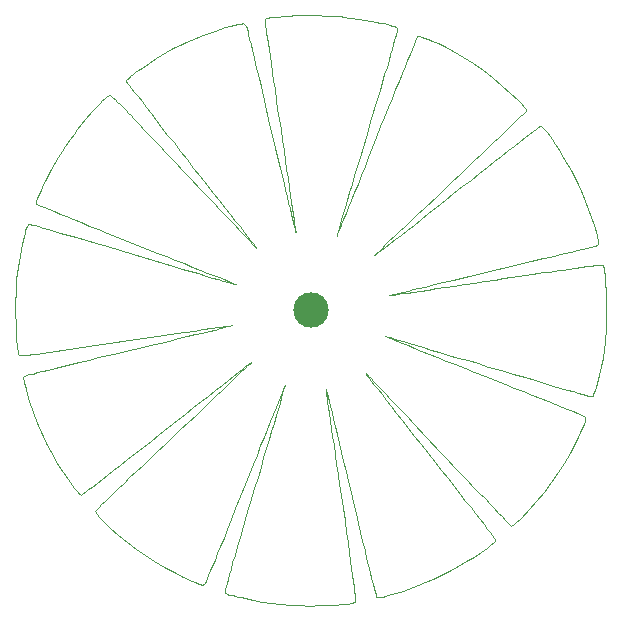
<source format=gbr>
%TF.GenerationSoftware,KiCad,Pcbnew,8.0.4+dfsg-1*%
%TF.CreationDate,2024-08-07T14:19:07+02:00*%
%TF.ProjectId,EMC_antenna,454d435f-616e-4746-956e-6e612e6b6963,rev?*%
%TF.SameCoordinates,Original*%
%TF.FileFunction,Copper,L2,Bot*%
%TF.FilePolarity,Positive*%
%FSLAX46Y46*%
G04 Gerber Fmt 4.6, Leading zero omitted, Abs format (unit mm)*
G04 Created by KiCad (PCBNEW 8.0.4+dfsg-1) date 2024-08-07 14:19:07*
%MOMM*%
%LPD*%
G01*
G04 APERTURE LIST*
%TA.AperFunction,ComponentPad*%
%ADD10C,3.000000*%
%TD*%
%TA.AperFunction,Profile*%
%ADD11C,0.100000*%
%TD*%
G04 APERTURE END LIST*
D10*
%TO.P,AE1,*%
%TO.N,*%
X147095379Y-90164500D03*
%TD*%
D11*
%TO.C,AE1*%
X122095379Y-90333310D02*
X122114329Y-91353790D01*
X122100009Y-89302550D02*
X122095379Y-90333310D01*
X122111829Y-88805440D02*
X122100009Y-89302550D01*
X122114329Y-91353790D02*
X122131979Y-91838060D01*
X122130359Y-88332300D02*
X122111829Y-88805440D01*
X122131979Y-91838060D02*
X122154719Y-92293220D01*
X122154719Y-92293220D02*
X122182279Y-92710430D01*
X122155849Y-87891980D02*
X122130359Y-88332300D01*
X122182279Y-92710430D02*
X122214399Y-93080830D01*
X122188569Y-87493320D02*
X122155849Y-87891980D01*
X122214399Y-93080830D02*
X122250809Y-93395580D01*
X122250809Y-93395580D02*
X122291239Y-93645840D01*
X122291239Y-93645840D02*
X122335419Y-93822750D01*
X122335419Y-93822750D02*
X122383079Y-93917470D01*
X122383079Y-93917470D02*
X122422899Y-93944020D01*
X122385429Y-86002490D02*
X122188569Y-87493320D01*
X122422899Y-93944020D02*
X122486889Y-93960610D01*
X122486889Y-93960610D02*
X122583389Y-93966670D01*
X122583389Y-93966670D02*
X122720739Y-93961650D01*
X122660269Y-84538050D02*
X122385429Y-86002490D01*
X122720739Y-93961650D02*
X122907289Y-93944980D01*
X122733699Y-84210590D02*
X122660269Y-84538050D01*
X122773069Y-95952880D02*
X122790889Y-96069090D01*
X122773789Y-95800560D02*
X122773069Y-95952880D01*
X122790889Y-96069090D02*
X122821709Y-96219580D01*
X122807019Y-83907810D02*
X122733699Y-84210590D01*
X122818669Y-95717040D02*
X122773789Y-95800560D01*
X122821709Y-96219580D02*
X122866169Y-96410060D01*
X122866169Y-96410060D02*
X122868866Y-96420901D01*
X122868056Y-96417643D02*
X122988694Y-96902205D01*
X122868866Y-96420901D02*
X122924919Y-96646200D01*
X122874779Y-95695870D02*
X122818669Y-95717040D01*
X122879249Y-83634310D02*
X122807019Y-83907810D01*
X122907289Y-93944980D02*
X123151369Y-93916110D01*
X122924919Y-96646200D02*
X122868056Y-96417643D01*
X122949369Y-83394690D02*
X122879249Y-83634310D01*
X122988694Y-96902205D02*
X123264986Y-97861919D01*
X123016409Y-83193560D02*
X122949369Y-83394690D01*
X123018759Y-95654110D02*
X122874779Y-95695870D01*
X123079349Y-83035520D02*
X123016409Y-83193560D01*
X123137219Y-82925170D02*
X123079349Y-83035520D01*
X123151369Y-93916110D02*
X123461339Y-93874480D01*
X123188999Y-82867120D02*
X123137219Y-82925170D01*
X123233759Y-82866930D02*
X123188999Y-82867120D01*
X123246049Y-95592900D02*
X123018759Y-95654110D01*
X123264986Y-97861919D02*
X123580788Y-98809367D01*
X123338759Y-82885700D02*
X123233759Y-82866930D01*
X123461339Y-93874480D02*
X123845519Y-93819510D01*
X123505599Y-82923880D02*
X123338759Y-82885700D01*
X123552099Y-95513340D02*
X123246049Y-95592900D01*
X123580788Y-98809367D02*
X123935558Y-99742923D01*
X123735859Y-82981930D02*
X123505599Y-82923880D01*
X123832769Y-81004400D02*
X123834159Y-81094330D01*
X123834159Y-81094330D02*
X123861029Y-81152880D01*
X123845519Y-93819510D02*
X128832059Y-93093680D01*
X123860599Y-80873080D02*
X123832769Y-81004400D01*
X123861029Y-81152880D02*
X123913589Y-81180890D01*
X123913589Y-81180890D02*
X124050429Y-81242160D01*
X123921339Y-80690320D02*
X123860599Y-80873080D01*
X123932329Y-95416550D02*
X123552099Y-95513340D01*
X123935558Y-99742923D02*
X124328687Y-100660985D01*
X124018699Y-80446110D02*
X123921339Y-80690320D01*
X124031139Y-83060300D02*
X123735859Y-82981930D01*
X124050429Y-81242160D02*
X124267189Y-81334920D01*
X124156409Y-80130430D02*
X124018699Y-80446110D01*
X124241559Y-79942650D02*
X124156409Y-80130430D01*
X124267189Y-81334920D02*
X124559489Y-81457410D01*
X124328687Y-100660985D02*
X124759501Y-101561977D01*
X124338179Y-79733240D02*
X124241559Y-79942650D01*
X124382199Y-95303660D02*
X123932329Y-95416550D01*
X124393029Y-83159450D02*
X124031139Y-83060300D01*
X124446739Y-79500950D02*
X124338179Y-79733240D01*
X124559489Y-81457410D02*
X124922989Y-81607850D01*
X124567709Y-79244520D02*
X124446739Y-79500950D01*
X124759501Y-101561977D02*
X124991125Y-102004362D01*
X124823129Y-83279840D02*
X124393029Y-83159450D01*
X124897149Y-95175780D02*
X124382199Y-95303660D01*
X124922989Y-81607850D02*
X125353309Y-81784470D01*
X124989179Y-78401930D02*
X124567709Y-79244520D01*
X124991125Y-102004362D02*
X125710199Y-103236910D01*
X125323039Y-83421920D02*
X124823129Y-83279840D01*
X125353309Y-81784470D02*
X125846099Y-81985520D01*
X125452219Y-77579790D02*
X124989179Y-78401930D01*
X125472619Y-95034030D02*
X124897149Y-95175780D01*
X125710199Y-103236910D02*
X126525399Y-104462800D01*
X125713479Y-77152630D02*
X125452219Y-77579790D01*
X125846099Y-81985520D02*
X126396979Y-82209210D01*
X125894339Y-83586140D02*
X125323039Y-83421920D01*
X126002119Y-76702080D02*
X125713479Y-77152630D01*
X126104049Y-94879530D02*
X125472619Y-95034030D01*
X126323799Y-76218620D02*
X126002119Y-76702080D01*
X126396979Y-82209210D02*
X127001599Y-82453780D01*
X126525399Y-104462800D02*
X126721029Y-104735390D01*
X126538619Y-83772970D02*
X125894339Y-83586140D01*
X126684179Y-75692770D02*
X126323799Y-76218620D01*
X126721029Y-104735390D02*
X126907199Y-104985650D01*
X126786889Y-94713400D02*
X126104049Y-94879530D01*
X126907199Y-104985650D02*
X127080819Y-105209220D01*
X127001599Y-82453780D02*
X127655579Y-82717470D01*
X127015619Y-75222850D02*
X126684179Y-75692770D01*
X127080819Y-105209220D02*
X127238799Y-105401710D01*
X127238799Y-105401710D02*
X127378039Y-105558740D01*
X127257489Y-83982860D02*
X126538619Y-83772970D01*
X127333179Y-74789810D02*
X127015619Y-75222850D01*
X127378039Y-105558740D02*
X127495449Y-105675930D01*
X127495449Y-105675930D02*
X127587929Y-105748900D01*
X127516579Y-94536760D02*
X126786889Y-94713400D01*
X127587929Y-105748900D02*
X127652399Y-105773270D01*
X127642679Y-74386610D02*
X127333179Y-74789810D01*
X127652399Y-105773270D02*
X127705089Y-105743270D01*
X127655579Y-82717470D02*
X128354579Y-82998500D01*
X127705089Y-105743270D02*
X127829649Y-105656100D01*
X127829649Y-105656100D02*
X128022329Y-105514690D01*
X127949959Y-74006220D02*
X127642679Y-74386610D01*
X128022329Y-105514690D02*
X128279339Y-105321950D01*
X128052539Y-84216260D02*
X127257489Y-83982860D01*
X128279339Y-105321950D02*
X128596919Y-105080810D01*
X128288559Y-94350720D02*
X127516579Y-94536760D01*
X128354579Y-82998500D02*
X129094219Y-83295110D01*
X128581189Y-73285750D02*
X127949959Y-74006220D01*
X128596919Y-105080810D02*
X128971289Y-104794200D01*
X128832059Y-93093680D02*
X136409369Y-91988280D01*
X128845649Y-107134590D02*
X128852049Y-107175370D01*
X128852049Y-107175370D02*
X128881799Y-107236120D01*
X128881799Y-107236120D02*
X128933229Y-107315070D01*
X128882209Y-107088780D02*
X128845649Y-107134590D01*
X128925359Y-84473630D02*
X128052539Y-84216260D01*
X128933229Y-107315070D02*
X129004669Y-107410480D01*
X128971289Y-104794200D02*
X129398689Y-104465040D01*
X128984289Y-106981430D02*
X128882209Y-107088780D01*
X129004669Y-107410480D02*
X129200889Y-107643660D01*
X129094219Y-83295110D02*
X129870139Y-83605520D01*
X129098269Y-94156410D02*
X128288559Y-94350720D01*
X129148509Y-106815750D02*
X128984289Y-106981430D01*
X129200889Y-107643660D02*
X129457099Y-107921650D01*
X129273539Y-72572170D02*
X128581189Y-73285750D01*
X129371519Y-106595000D02*
X129148509Y-106815750D01*
X129398689Y-104465040D02*
X129875329Y-104096250D01*
X129452559Y-72397720D02*
X129273539Y-72572170D01*
X129457099Y-107921650D02*
X130096079Y-108555970D01*
X129604889Y-72254500D02*
X129452559Y-72397720D01*
X129649939Y-106322410D02*
X129371519Y-106595000D01*
X129733059Y-72140570D02*
X129604889Y-72254500D01*
X129839589Y-72054030D02*
X129733059Y-72140570D01*
X129870139Y-83605520D02*
X130677979Y-83927980D01*
X129875329Y-104096250D02*
X130397459Y-103690760D01*
X129877539Y-84755430D02*
X128925359Y-84473630D01*
X129927029Y-71992930D02*
X129839589Y-72054030D01*
X129941149Y-93954940D02*
X129098269Y-94156410D01*
X129980409Y-106001200D02*
X129649939Y-106322410D01*
X129997879Y-71955360D02*
X129927029Y-71992930D01*
X130054689Y-71939390D02*
X129997879Y-71955360D01*
X130096079Y-108555970D02*
X130814759Y-109201280D01*
X130099979Y-71943090D02*
X130054689Y-71939390D01*
X130142919Y-71961880D02*
X130099979Y-71943090D01*
X130200269Y-71999010D02*
X130142919Y-71961880D01*
X130279619Y-72062360D02*
X130200269Y-71999010D01*
X130359579Y-105634610D02*
X129980409Y-106001200D01*
X130388559Y-72159770D02*
X130279619Y-72062360D01*
X130397459Y-103690760D02*
X130961299Y-103251480D01*
X130534669Y-72299110D02*
X130388559Y-72159770D01*
X130677979Y-83927980D02*
X131513369Y-84260700D01*
X130725539Y-72488230D02*
X130534669Y-72299110D01*
X130784059Y-105225880D02*
X130359579Y-105634610D01*
X130812649Y-93747430D02*
X129941149Y-93954940D01*
X130814759Y-109201280D02*
X131529799Y-109783300D01*
X130910679Y-85062100D02*
X129877539Y-84755430D01*
X130961299Y-103251480D02*
X131563069Y-102781360D01*
X130968759Y-72734990D02*
X130725539Y-72488230D01*
X131250509Y-104778240D02*
X130784059Y-105225880D01*
X131271909Y-73047260D02*
X130968759Y-72734990D01*
X131448339Y-73230410D02*
X131271909Y-73047260D01*
X131467199Y-70735160D02*
X131497219Y-70787790D01*
X131491589Y-70670750D02*
X131467199Y-70735160D01*
X131497219Y-70787790D02*
X131584459Y-70912240D01*
X131513369Y-84260700D02*
X132371959Y-84601930D01*
X131529799Y-109783300D02*
X132285159Y-110351720D01*
X131563069Y-102781360D02*
X132198999Y-102283300D01*
X131564629Y-70578360D02*
X131491589Y-70670750D01*
X131584459Y-70912240D02*
X131725999Y-71104730D01*
X131642589Y-73432880D02*
X131448339Y-73230410D01*
X131681929Y-70461060D02*
X131564629Y-70578360D01*
X131708209Y-93535010D02*
X130812649Y-93747430D01*
X131725999Y-71104730D02*
X131918889Y-71361490D01*
X131755539Y-104294930D02*
X131250509Y-104778240D01*
X131839119Y-70321960D02*
X131681929Y-70461060D01*
X131855619Y-73655660D02*
X131642589Y-73432880D01*
X131918889Y-71361490D02*
X132160229Y-71678760D01*
X132026379Y-85394120D02*
X130910679Y-85062100D01*
X132031789Y-70164130D02*
X131839119Y-70321960D01*
X132088379Y-73899730D02*
X131855619Y-73655660D01*
X132160229Y-71678760D02*
X132447079Y-72052770D01*
X132198999Y-102283300D02*
X132865329Y-101760230D01*
X132255579Y-69990680D02*
X132031789Y-70164130D01*
X132285159Y-110351720D02*
X133069759Y-110899640D01*
X132295809Y-103779170D02*
X131755539Y-104294930D01*
X132341809Y-74166060D02*
X132088379Y-73899730D01*
X132371959Y-84601930D02*
X133229969Y-84942740D01*
X132447079Y-72052770D02*
X132776509Y-72479750D01*
X132506089Y-69804690D02*
X132255579Y-69990680D01*
X132602899Y-93322990D02*
X131708209Y-93535010D01*
X132616859Y-74455650D02*
X132341809Y-74166060D01*
X132776509Y-72479750D02*
X133145609Y-72955940D01*
X132778939Y-69609250D02*
X132506089Y-69804690D01*
X132865329Y-101760230D02*
X133558279Y-101215080D01*
X132867949Y-103234200D02*
X132295809Y-103779170D01*
X132914489Y-74769470D02*
X132616859Y-74455650D01*
X132915089Y-85658720D02*
X132026379Y-85394120D01*
X133069759Y-110899640D02*
X133872509Y-111420140D01*
X133145609Y-72955940D02*
X133551439Y-73477560D01*
X133229969Y-84942740D02*
X134063679Y-85274230D01*
X133235629Y-75108500D02*
X132914489Y-74769470D01*
X133468589Y-102663260D02*
X132867949Y-103234200D01*
X133471839Y-93116700D02*
X132602899Y-93322990D01*
X133551439Y-73477560D02*
X133991069Y-74040850D01*
X133558279Y-101215080D02*
X134274079Y-100650770D01*
X133581249Y-75473730D02*
X133235629Y-75108500D01*
X133779119Y-85915670D02*
X132915089Y-85658720D01*
X133872509Y-111420140D02*
X134682349Y-111906290D01*
X133952279Y-75866150D02*
X133581249Y-75473730D01*
X133991069Y-74040850D02*
X134461589Y-74642040D01*
X134006019Y-68794830D02*
X132778939Y-69609250D01*
X134063679Y-85274230D02*
X134868799Y-85594670D01*
X134094359Y-102069580D02*
X133468589Y-102663260D01*
X134274079Y-100650770D02*
X135008949Y-100070230D01*
X134310559Y-92917200D02*
X133471839Y-93116700D01*
X134349669Y-76286720D02*
X133952279Y-75866150D01*
X134461589Y-74642040D02*
X134960059Y-75277350D01*
X134613989Y-86163640D02*
X133779119Y-85915670D01*
X134682349Y-111906290D02*
X135488179Y-112351200D01*
X134741909Y-101456390D02*
X134094359Y-102069580D01*
X134774379Y-76736440D02*
X134349669Y-76286720D01*
X134868799Y-85594670D02*
X135640999Y-85902340D01*
X134960059Y-75277350D02*
X135483559Y-75943040D01*
X135008949Y-100070230D02*
X135742349Y-99490440D01*
X135114579Y-92725560D02*
X134310559Y-92917200D01*
X135227349Y-77216290D02*
X134774379Y-76736440D01*
X135239709Y-68076500D02*
X134006019Y-68794830D01*
X135407859Y-100826930D02*
X134741909Y-101456390D01*
X135415199Y-86401320D02*
X134613989Y-86163640D01*
X135483559Y-75943040D02*
X136029159Y-76635310D01*
X135488179Y-112351200D02*
X136278939Y-112747930D01*
X135632349Y-67876790D02*
X135239709Y-68076500D01*
X135640999Y-85902340D02*
X136375979Y-86195510D01*
X135709529Y-77727250D02*
X135227349Y-77216290D01*
X135742349Y-99490440D02*
X136453789Y-98928350D01*
X135879449Y-92542880D02*
X135114579Y-92725560D01*
X136029159Y-76635310D02*
X136593929Y-77350420D01*
X136061109Y-67672730D02*
X135632349Y-67876790D01*
X136074389Y-100197440D02*
X135407859Y-100826930D01*
X136178269Y-86627380D02*
X135415199Y-86401320D01*
X136221869Y-78270300D02*
X135709529Y-77727250D01*
X136278939Y-112747930D02*
X137043539Y-113089580D01*
X136375979Y-86195510D02*
X137069439Y-86472450D01*
X136409369Y-91988280D02*
X137205189Y-91872550D01*
X136453789Y-98928350D02*
X137139669Y-98386800D01*
X136518189Y-67467050D02*
X136061109Y-67672730D01*
X136593929Y-77350420D02*
X137174959Y-78084580D01*
X136600669Y-92370230D02*
X135879449Y-92542880D01*
X136723599Y-99584160D02*
X136074389Y-100197440D01*
X136765319Y-78846420D02*
X136221869Y-78270300D01*
X136898729Y-86840490D02*
X136178269Y-86627380D01*
X136995759Y-67262470D02*
X136518189Y-67467050D01*
X137043539Y-113089580D02*
X137271589Y-113183140D01*
X137069439Y-86472450D02*
X137717069Y-86731440D01*
X137139669Y-98386800D02*
X137796349Y-97868660D01*
X137174959Y-78084580D02*
X137753989Y-78815990D01*
X137205189Y-91872550D02*
X137950179Y-91765480D01*
X137271589Y-113183140D02*
X137462429Y-113257800D01*
X137273799Y-92208680D02*
X136600669Y-92370230D01*
X137352089Y-98990320D02*
X136723599Y-99584160D01*
X137462429Y-113257800D02*
X137619859Y-113314630D01*
X137572079Y-87039350D02*
X136898729Y-86840490D01*
X137619859Y-113314630D02*
X137747689Y-113354680D01*
X137717069Y-86731440D02*
X138314559Y-86970750D01*
X137747689Y-113354680D02*
X137929789Y-113388760D01*
X137753989Y-78815990D02*
X138312919Y-79523020D01*
X137796349Y-97868660D02*
X138420209Y-97376760D01*
X137848459Y-79994330D02*
X136765319Y-78846420D01*
X137894349Y-92059320D02*
X137273799Y-92208680D01*
X137929789Y-113388760D02*
X138039189Y-113368570D01*
X137950179Y-91765480D02*
X138627849Y-91669340D01*
X137956419Y-98419170D02*
X137352089Y-98990320D01*
X137981159Y-66867610D02*
X136995759Y-67262470D01*
X138039189Y-113368570D02*
X138069279Y-113328350D01*
X138069279Y-113328350D02*
X138122719Y-113226900D01*
X138122719Y-113226900D02*
X138199899Y-113063330D01*
X138193849Y-87222630D02*
X137572079Y-87039350D01*
X138199899Y-113063330D02*
X138301169Y-112836720D01*
X138301169Y-112836720D02*
X138426919Y-112546190D01*
X138312919Y-79523020D02*
X138849019Y-80202160D01*
X138314559Y-86970750D02*
X138857609Y-87188650D01*
X138420209Y-97376760D02*
X139007619Y-96913960D01*
X138426919Y-112546190D02*
X138577509Y-112190820D01*
X138457839Y-91923220D02*
X137894349Y-92059320D01*
X138533189Y-97873940D02*
X137956419Y-98419170D01*
X138577509Y-112190820D02*
X138753309Y-111769710D01*
X138627849Y-91669340D02*
X139221719Y-91586410D01*
X138753309Y-111769710D02*
X138954689Y-111281970D01*
X138759539Y-87389020D02*
X138193849Y-87222630D01*
X138849019Y-80202160D02*
X139359549Y-80849920D01*
X138857609Y-87188650D02*
X139341899Y-87383430D01*
X138873919Y-81080260D02*
X137848459Y-79994330D01*
X138954689Y-111281970D02*
X139182029Y-110726690D01*
X138954809Y-66510020D02*
X137981159Y-66867610D01*
X138959819Y-91801460D02*
X138457839Y-91923220D01*
X139007619Y-96913960D02*
X139554959Y-96483100D01*
X139078959Y-97357870D02*
X138533189Y-97873940D01*
X139182029Y-110726690D02*
X139435689Y-110102960D01*
X139221719Y-91586410D02*
X139482079Y-91550610D01*
X139264669Y-87537180D02*
X138759539Y-87389020D01*
X139341899Y-87383430D02*
X139763129Y-87553340D01*
X139357679Y-81592210D02*
X138873919Y-81080260D01*
X139359549Y-80849920D02*
X139841799Y-81462810D01*
X139395809Y-91695120D02*
X138959819Y-91801460D01*
X139417689Y-66352050D02*
X138954809Y-66510020D01*
X139435689Y-110102960D02*
X139716049Y-109409890D01*
X139482079Y-91550610D02*
X139715299Y-91518970D01*
X139554959Y-96483100D02*
X140058599Y-96087040D01*
X139590319Y-96874190D02*
X139078959Y-97357870D01*
X139704769Y-87665800D02*
X139264669Y-87537180D01*
X139715299Y-91518970D02*
X139919329Y-91491780D01*
X139716049Y-109409890D02*
X140023479Y-108646580D01*
X139761339Y-91605270D02*
X139395809Y-91695120D01*
X139763129Y-87553340D02*
X140116999Y-87696670D01*
X139805709Y-113989320D02*
X139807929Y-114033630D01*
X139807929Y-114033630D02*
X139842089Y-114082930D01*
X139818189Y-82079360D02*
X139357679Y-81592210D01*
X139820389Y-113892800D02*
X139805709Y-113989320D01*
X139841799Y-81462810D02*
X140293019Y-82037320D01*
X139842089Y-114082930D02*
X139903859Y-114128160D01*
X139852899Y-113740740D02*
X139820389Y-113892800D01*
X139854199Y-66211610D02*
X139417689Y-66352050D01*
X139903859Y-114128160D02*
X140018209Y-114176020D01*
X139904209Y-113529820D02*
X139852899Y-113740740D01*
X139919329Y-91491780D02*
X140092099Y-91469310D01*
X139975249Y-113256710D02*
X139904209Y-113529820D01*
X140018209Y-114176020D02*
X140210149Y-114233220D01*
X140023479Y-108646580D02*
X140358339Y-107812120D01*
X140051929Y-91533000D02*
X139761339Y-91605270D01*
X140058599Y-96087040D02*
X140514929Y-95728620D01*
X140063849Y-96426150D02*
X139590319Y-96874190D01*
X140066979Y-112918110D02*
X139975249Y-113256710D01*
X140075329Y-87773560D02*
X139704769Y-87665800D01*
X140092099Y-91469310D02*
X140231549Y-91451850D01*
X140116999Y-87696670D02*
X140399199Y-87811680D01*
X140180339Y-112510670D02*
X140066979Y-112918110D01*
X140210149Y-114233220D02*
X140343019Y-114267410D01*
X140231549Y-91451850D02*
X140335629Y-91439690D01*
X140252529Y-82538590D02*
X139818189Y-82079360D01*
X140256519Y-66091430D02*
X139854199Y-66211610D01*
X140263119Y-91479380D02*
X140051929Y-91533000D01*
X140293019Y-82037320D02*
X140710489Y-82569970D01*
X140316279Y-112031090D02*
X140180339Y-112510670D01*
X140335629Y-91439690D02*
X140402259Y-91433110D01*
X140343019Y-114267410D02*
X140504649Y-114306450D01*
X140358339Y-107812120D02*
X140721009Y-106905600D01*
X140371889Y-87859140D02*
X140075329Y-87773560D01*
X140390429Y-91445490D02*
X140263119Y-91479380D01*
X140399199Y-87811680D02*
X140605409Y-87896660D01*
X140402259Y-91433110D02*
X140429399Y-91432400D01*
X140429399Y-91432400D02*
X140390429Y-91445490D01*
X140475759Y-111476040D02*
X140316279Y-112031090D01*
X140496129Y-96016970D02*
X140063849Y-96426150D01*
X140504649Y-114306450D02*
X140698169Y-114351170D01*
X140514929Y-95728620D02*
X140920299Y-95410700D01*
X140589959Y-87921220D02*
X140371889Y-87859140D01*
X140605409Y-87896660D02*
X140731339Y-87949870D01*
X140616829Y-65994260D02*
X140256519Y-66091430D01*
X140657749Y-82966800D02*
X140252529Y-82538590D01*
X140659719Y-110842190D02*
X140475759Y-111476040D01*
X140698169Y-114351170D02*
X140926709Y-114402410D01*
X140710489Y-82569970D02*
X141091479Y-83057260D01*
X140721009Y-106905600D02*
X141111859Y-105926140D01*
X140725049Y-87958470D02*
X140589959Y-87921220D01*
X140731339Y-87949870D02*
X140772669Y-87969590D01*
X140772669Y-87969590D02*
X140725049Y-87958470D01*
X140869109Y-110126230D02*
X140659719Y-110842190D01*
X140883739Y-95649910D02*
X140496129Y-96016970D01*
X140920299Y-95410700D02*
X141271099Y-95136110D01*
X140926709Y-114402410D02*
X141193379Y-114461010D01*
X140927339Y-65922820D02*
X140616829Y-65994260D01*
X141030919Y-83360880D02*
X140657749Y-82966800D01*
X141091479Y-83057260D02*
X141433259Y-83495700D01*
X141104869Y-109324830D02*
X140869109Y-110126230D01*
X141111859Y-105926140D02*
X141531259Y-104872820D01*
X141180219Y-65879860D02*
X140927339Y-65922820D01*
X141193379Y-114461010D02*
X141501319Y-114527810D01*
X141223239Y-95328180D02*
X140883739Y-95649910D01*
X141271099Y-95136110D02*
X141563709Y-94907710D01*
X141367659Y-65868100D02*
X141180219Y-65879860D01*
X141367969Y-108434670D02*
X141104869Y-109324830D01*
X141369089Y-83717730D02*
X141030919Y-83360880D01*
X141433259Y-83495700D02*
X141733099Y-83881770D01*
X141481849Y-65890290D02*
X141367659Y-65868100D01*
X141501319Y-114527810D02*
X141853639Y-114603640D01*
X141511239Y-95055040D02*
X141223239Y-95328180D01*
X141531259Y-104872820D02*
X141872529Y-104015290D01*
X141558999Y-65968640D02*
X141481849Y-65890290D01*
X141563709Y-94907710D02*
X141794489Y-94728360D01*
X141635909Y-66128630D02*
X141558999Y-65968640D01*
X141659339Y-107452420D02*
X141367969Y-108434670D01*
X141669329Y-84034240D02*
X141369089Y-83717730D01*
X141675979Y-66243690D02*
X141635909Y-66128630D01*
X141718029Y-66384510D02*
X141675979Y-66243690D01*
X141733099Y-83881770D02*
X141988279Y-84212000D01*
X141744299Y-94833720D02*
X141511239Y-95055040D01*
X141762749Y-66552860D02*
X141718029Y-66384510D01*
X141794489Y-94728360D02*
X141959829Y-94600890D01*
X141810819Y-66750540D02*
X141762749Y-66552860D01*
X141815919Y-106925730D02*
X141659339Y-107452420D01*
X141853639Y-114603640D02*
X142253459Y-114689340D01*
X141872529Y-104015290D02*
X142204479Y-103182040D01*
X141910869Y-67176270D02*
X141810819Y-66750540D01*
X141918999Y-94667450D02*
X141744299Y-94833720D01*
X141928689Y-84307310D02*
X141669329Y-84034240D01*
X141959829Y-94600890D02*
X142056089Y-94528170D01*
X141979929Y-106374770D02*
X141815919Y-106925730D01*
X141988279Y-84212000D02*
X142196059Y-84482890D01*
X142021609Y-67646380D02*
X141910869Y-67176270D01*
X142031929Y-94559470D02*
X141918999Y-94667450D01*
X142056089Y-94528170D02*
X142079659Y-94513030D01*
X142079659Y-94513030D02*
X142031929Y-94559470D01*
X142142129Y-68157050D02*
X142021609Y-67646380D01*
X142144239Y-84533830D02*
X141928689Y-84307310D01*
X142151479Y-105799130D02*
X141979929Y-106374770D01*
X142196059Y-84482890D02*
X142353709Y-84690930D01*
X142204479Y-103182040D02*
X142525359Y-102377380D01*
X142253459Y-114689340D02*
X142985449Y-114829960D01*
X142271529Y-68704490D02*
X142142129Y-68157050D01*
X142313029Y-84710700D02*
X142144239Y-84533830D01*
X142330699Y-105198390D02*
X142151479Y-105799130D01*
X142353709Y-84690930D02*
X142458499Y-84832640D01*
X142408889Y-69284900D02*
X142271529Y-68704490D01*
X142432129Y-84834810D02*
X142313029Y-84710700D01*
X142458499Y-84832640D02*
X142507709Y-84904520D01*
X142498599Y-84903060D02*
X142432129Y-84834810D01*
X142507709Y-84904520D02*
X142498599Y-84903060D01*
X142525359Y-102377380D02*
X142833449Y-101605610D01*
X142553309Y-69894490D02*
X142408889Y-69284900D01*
X142595039Y-104312190D02*
X142330699Y-105198390D01*
X142703889Y-70529450D02*
X142553309Y-69894490D01*
X142833449Y-101605610D02*
X143127019Y-100871040D01*
X142851729Y-103450600D02*
X142595039Y-104312190D01*
X142859719Y-71185990D02*
X142703889Y-70529450D01*
X142985449Y-114829960D02*
X143752839Y-114946710D01*
X143099449Y-102618100D02*
X142851729Y-103450600D01*
X143127019Y-100871040D02*
X143404349Y-100177970D01*
X143193659Y-65707800D02*
X143206949Y-65849730D01*
X143198199Y-65595200D02*
X143193659Y-65707800D01*
X143206949Y-65849730D02*
X143218159Y-65926550D01*
X143218159Y-65926550D02*
X143242209Y-66089570D01*
X143220619Y-65511610D02*
X143198199Y-65595200D01*
X143242209Y-66089570D02*
X143278399Y-66334190D01*
X143260969Y-65456710D02*
X143220619Y-65511610D01*
X143278399Y-66334190D02*
X143326059Y-66655790D01*
X143326059Y-66655790D02*
X143384509Y-67049770D01*
X143328059Y-65429680D02*
X143260969Y-65456710D01*
X143336879Y-101819160D02*
X143099449Y-102618100D01*
X143384509Y-67049770D02*
X143453049Y-67511510D01*
X143404349Y-100177970D02*
X143663689Y-99530710D01*
X143453049Y-67511510D02*
X143530999Y-68036400D01*
X143466519Y-65400410D02*
X143328059Y-65429680D01*
X143517379Y-73951940D02*
X142859719Y-71185990D01*
X143530999Y-68036400D02*
X143617679Y-68619840D01*
X143562709Y-101058240D02*
X143336879Y-101819160D01*
X143617679Y-68619840D02*
X143712399Y-69257220D01*
X143663689Y-99530710D02*
X143903329Y-98933550D01*
X143676389Y-65368890D02*
X143466519Y-65400410D01*
X143712399Y-69257220D02*
X143814479Y-69943910D01*
X143752839Y-114946710D02*
X144547699Y-115039070D01*
X143775609Y-100339820D02*
X143562709Y-101058240D01*
X143814479Y-69943910D02*
X143923229Y-70675320D01*
X143903329Y-98933550D02*
X144121529Y-98390810D01*
X143923229Y-70675320D02*
X144037959Y-71446840D01*
X143957759Y-65335120D02*
X143676389Y-65368890D01*
X143974269Y-99668370D02*
X143775609Y-100339820D01*
X144037959Y-71446840D02*
X144157999Y-72253840D01*
X144121529Y-98390810D02*
X144316569Y-97906790D01*
X144157369Y-99048370D02*
X143974269Y-99668370D01*
X144157999Y-72253840D02*
X144282649Y-73091730D01*
X144186489Y-76759210D02*
X143517379Y-73951940D01*
X144282649Y-73091730D02*
X144411229Y-73955900D01*
X144310689Y-65299090D02*
X143957759Y-65335120D01*
X144316569Y-97906790D02*
X144486719Y-97485790D01*
X144323579Y-98484270D02*
X144157369Y-99048370D01*
X144411229Y-73955900D02*
X144543069Y-74841720D01*
X144471589Y-97980570D02*
X144323579Y-98484270D01*
X144486719Y-97485790D02*
X144630239Y-97132120D01*
X144507209Y-78102370D02*
X144186489Y-76759210D01*
X144543069Y-74841720D02*
X144674579Y-75726020D01*
X144547699Y-115039070D02*
X145362059Y-115106510D01*
X144600079Y-97541710D02*
X144471589Y-97980570D01*
X144630239Y-97132120D02*
X144745419Y-96850080D01*
X144674579Y-75726020D02*
X144802219Y-76585700D01*
X144707729Y-97172190D02*
X144600079Y-97541710D01*
X144735229Y-65260790D02*
X144310689Y-65299090D01*
X144745419Y-96850080D02*
X144830509Y-96643980D01*
X144793219Y-96876470D02*
X144707729Y-97172190D01*
X144802219Y-76585700D02*
X144925339Y-77416310D01*
X144809049Y-79364700D02*
X144507209Y-78102370D01*
X144830509Y-96643980D02*
X144883799Y-96518120D01*
X144855229Y-96659020D02*
X144793219Y-96876470D01*
X144883799Y-96518120D02*
X144903539Y-96476810D01*
X144892439Y-96524310D02*
X144855229Y-96659020D01*
X144903539Y-96476810D02*
X144892439Y-96524310D01*
X144925339Y-77416310D02*
X145043279Y-78213380D01*
X144950609Y-79956060D02*
X144809049Y-79364700D01*
X145043279Y-78213380D02*
X145155399Y-78972460D01*
X145084729Y-80515810D02*
X144950609Y-79956060D01*
X145155399Y-78972460D02*
X145261029Y-79689080D01*
X145210509Y-81040150D02*
X145084729Y-80515810D01*
X145231469Y-65220210D02*
X144735229Y-65260790D01*
X145261029Y-79689080D02*
X145359539Y-80358800D01*
X145327029Y-81525300D02*
X145210509Y-81040150D01*
X145359539Y-80358800D02*
X145450249Y-80977140D01*
X145362059Y-115106510D02*
X146187979Y-115148500D01*
X145433379Y-81967440D02*
X145327029Y-81525300D01*
X145450249Y-80977140D02*
X145532519Y-81539640D01*
X145528669Y-82362790D02*
X145433379Y-81967440D01*
X145532519Y-81539640D02*
X145605699Y-82041860D01*
X145605699Y-82041860D02*
X145669129Y-82479330D01*
X145611989Y-82707540D02*
X145528669Y-82362790D01*
X145669129Y-82479330D02*
X145722159Y-82847590D01*
X145682419Y-82997890D02*
X145611989Y-82707540D01*
X145722159Y-82847590D02*
X145764129Y-83142180D01*
X145739059Y-83230050D02*
X145682419Y-82997890D01*
X145764129Y-83142180D02*
X145794399Y-83358650D01*
X145781009Y-83400210D02*
X145739059Y-83230050D01*
X145794399Y-83358650D02*
X145812309Y-83492530D01*
X145799459Y-65177360D02*
X145231469Y-65220210D01*
X145807359Y-83504580D02*
X145781009Y-83400210D01*
X145812309Y-83492530D02*
X145817199Y-83539360D01*
X145817199Y-83539360D02*
X145807359Y-83504580D01*
X145932949Y-65170580D02*
X145799459Y-65177360D01*
X146107629Y-65166350D02*
X145932949Y-65170580D01*
X146187979Y-115148500D02*
X147017489Y-115164500D01*
X146318129Y-65164500D02*
X146107629Y-65166350D01*
X146559079Y-65164900D02*
X146318129Y-65164500D01*
X147017489Y-115164500D02*
X147842659Y-115153990D01*
X147110839Y-65171830D02*
X146559079Y-65164900D01*
X147719939Y-65185930D02*
X147110839Y-65171830D01*
X147842659Y-115153990D02*
X148655509Y-115116430D01*
X148343429Y-65206030D02*
X147719939Y-65185930D01*
X148369839Y-96819350D02*
X148382929Y-96858320D01*
X148374309Y-96872040D02*
X148369839Y-96819350D01*
X148382929Y-96858320D02*
X148416839Y-96985550D01*
X148391869Y-97013750D02*
X148374309Y-96872040D01*
X148416839Y-96985550D02*
X148470499Y-97196570D01*
X148421889Y-97239890D02*
X148391869Y-97013750D01*
X148463699Y-97545860D02*
X148421889Y-97239890D01*
X148470499Y-97196570D02*
X148542829Y-97486920D01*
X148516649Y-97927080D02*
X148463699Y-97545860D01*
X148542829Y-97486920D02*
X148632749Y-97852130D01*
X148580079Y-98378960D02*
X148516649Y-97927080D01*
X148632749Y-97852130D02*
X148739189Y-98287730D01*
X148653339Y-98896900D02*
X148580079Y-98378960D01*
X148655509Y-115116430D02*
X148989679Y-115094860D01*
X148735779Y-99476310D02*
X148653339Y-98896900D01*
X148739189Y-98287730D02*
X148861049Y-98789250D01*
X148826739Y-100112600D02*
X148735779Y-99476310D01*
X148861049Y-98789250D02*
X148997279Y-99352230D01*
X148925559Y-100801190D02*
X148826739Y-100112600D01*
X148938349Y-65230920D02*
X148343429Y-65206030D01*
X148989679Y-115094860D02*
X149287739Y-115074970D01*
X148997279Y-99352230D02*
X149146779Y-99972200D01*
X149031589Y-101537470D02*
X148925559Y-100801190D01*
X149144179Y-102316870D02*
X149031589Y-101537470D01*
X149146779Y-99972200D02*
X149308469Y-100644700D01*
X149211669Y-65244800D02*
X148938349Y-65230920D01*
X149262669Y-103134780D02*
X149144179Y-102316870D01*
X149287739Y-115074970D02*
X149551819Y-115056440D01*
X149288099Y-83842680D02*
X149298569Y-83797270D01*
X149298569Y-83797270D02*
X149333929Y-83668690D01*
X149307849Y-83801390D02*
X149288099Y-83842680D01*
X149308469Y-100644700D02*
X149481289Y-101365250D01*
X149333929Y-83668690D02*
X149392929Y-83461200D01*
X149361109Y-83675590D02*
X149307849Y-83801390D01*
X149386409Y-103986630D02*
X149262669Y-103134780D01*
X149392929Y-83461200D02*
X149474309Y-83179070D01*
X149446179Y-83469580D02*
X149361109Y-83675590D01*
X149461729Y-65259420D02*
X149211669Y-65244800D01*
X149474309Y-83179070D02*
X149576809Y-82826560D01*
X149481289Y-101365250D02*
X149664139Y-102129390D01*
X149514729Y-104867810D02*
X149386409Y-103986630D01*
X149551819Y-115056440D02*
X149784089Y-115038970D01*
X149561309Y-83187660D02*
X149446179Y-83469580D01*
X149576809Y-82826560D02*
X149699189Y-82407940D01*
X149646999Y-105773730D02*
X149514729Y-104867810D01*
X149664139Y-102129390D02*
X149855949Y-102932650D01*
X149683169Y-65274650D02*
X149461729Y-65259420D01*
X149699189Y-82407940D02*
X149840179Y-81927470D01*
X149704779Y-82834140D02*
X149561309Y-83187660D01*
X149784089Y-115038970D02*
X149986699Y-115022250D01*
X149811679Y-106902510D02*
X149646999Y-105773730D01*
X149840179Y-81927470D02*
X149998519Y-81389420D01*
X149855949Y-102932650D02*
X150055639Y-103770570D01*
X149870609Y-65290330D02*
X149683169Y-65274650D01*
X149874859Y-82413320D02*
X149704779Y-82834140D01*
X149963729Y-107949460D02*
X149811679Y-106902510D01*
X149986699Y-115022250D02*
X150161799Y-115005970D01*
X149998519Y-81389420D02*
X150172959Y-80798060D01*
X150055639Y-103770570D02*
X150262139Y-104638670D01*
X150069819Y-81929500D02*
X149874859Y-82413320D01*
X150103349Y-108915980D02*
X149963729Y-107949460D01*
X150161799Y-115005970D02*
X150311549Y-114989820D01*
X150172959Y-80798060D02*
X150362249Y-80157640D01*
X150230729Y-109803480D02*
X150103349Y-108915980D01*
X150262139Y-104638670D02*
X150474359Y-105532490D01*
X150287939Y-81386980D02*
X150069819Y-81929500D01*
X150311549Y-114989820D02*
X150438089Y-114973500D01*
X150346049Y-110613350D02*
X150230729Y-109803480D01*
X150362249Y-80157640D02*
X150565119Y-79472430D01*
X150438089Y-114973500D02*
X150630189Y-114939100D01*
X150449509Y-111347000D02*
X150346049Y-110613350D01*
X150474359Y-105532490D02*
X150686989Y-106427190D01*
X150527489Y-80790070D02*
X150287939Y-81386980D01*
X150541299Y-112005830D02*
X150449509Y-111347000D01*
X150565119Y-79472430D02*
X150780319Y-78746700D01*
X150621599Y-112591240D02*
X150541299Y-112005830D01*
X150630189Y-114939100D02*
X150755319Y-114900330D01*
X150686989Y-106427190D02*
X150894709Y-107297860D01*
X150690619Y-113104640D02*
X150621599Y-112591240D01*
X150748529Y-113547420D02*
X150690619Y-113104640D01*
X150755319Y-114900330D02*
X150830709Y-114854710D01*
X150780319Y-78746700D02*
X151006589Y-77984720D01*
X150786729Y-80143070D02*
X150527489Y-80790070D01*
X150795539Y-113921000D02*
X150748529Y-113547420D01*
X150830709Y-114854710D02*
X150873579Y-114799800D01*
X150831819Y-114226760D02*
X150795539Y-113921000D01*
X150857579Y-114466130D02*
X150831819Y-114226760D01*
X150872989Y-114640480D02*
X150857579Y-114466130D01*
X150873579Y-114799800D02*
X150878259Y-114751240D01*
X150878259Y-114751240D02*
X150872989Y-114640480D01*
X150894709Y-107297860D02*
X151096389Y-108139940D01*
X151006589Y-77984720D02*
X151242679Y-77190740D01*
X151063939Y-79450280D02*
X150786729Y-80143070D01*
X151096389Y-108139940D02*
X151290909Y-108948890D01*
X151228309Y-65468780D02*
X149870609Y-65290330D01*
X151242679Y-77190740D02*
X151487329Y-76369040D01*
X151290909Y-108948890D02*
X151477159Y-109720150D01*
X151357399Y-78716010D02*
X151063939Y-79450280D01*
X151477159Y-109720150D02*
X151653999Y-110449160D01*
X151487329Y-76369040D02*
X151739269Y-75523870D01*
X151653999Y-110449160D02*
X151820329Y-111131380D01*
X151665359Y-77944560D02*
X151357399Y-78716010D01*
X151739269Y-75523870D02*
X152238969Y-73848360D01*
X151748889Y-95483440D02*
X151764819Y-95492650D01*
X151764819Y-95492650D02*
X151840719Y-95571360D01*
X151791439Y-95547770D02*
X151748889Y-95483440D01*
X151820329Y-111131380D02*
X151975029Y-111762240D01*
X151840719Y-95571360D02*
X151974129Y-95710930D01*
X151889779Y-95682190D02*
X151791439Y-95547770D01*
X151974129Y-95710930D02*
X152161819Y-95907960D01*
X151975029Y-111762240D02*
X152116959Y-112337200D01*
X151986119Y-77140230D02*
X151665359Y-77944560D01*
X152041219Y-95883250D02*
X151889779Y-95682190D01*
X152116959Y-112337200D02*
X152245019Y-112851710D01*
X152161819Y-95907960D02*
X152400549Y-96159030D01*
X152238969Y-73848360D02*
X152710199Y-72267640D01*
X152243049Y-96147480D02*
X152041219Y-95883250D01*
X152245019Y-112851710D02*
X152358069Y-113301200D01*
X152317919Y-76307320D02*
X151986119Y-77140230D01*
X152358069Y-113301200D02*
X152455009Y-113681120D01*
X152400549Y-96159030D02*
X152687089Y-96460720D01*
X152424679Y-85511220D02*
X152433899Y-85495310D01*
X152433899Y-85495310D02*
X152512679Y-85419480D01*
X152455009Y-113681120D02*
X152534709Y-113986930D01*
X152489069Y-85468710D02*
X152424679Y-85511220D01*
X152492589Y-96471420D02*
X152243049Y-96147480D01*
X152512679Y-85419480D02*
X152652389Y-85286200D01*
X152534709Y-113986930D02*
X152596059Y-114214060D01*
X152596059Y-114214060D02*
X152637919Y-114357970D01*
X152623619Y-85370470D02*
X152489069Y-85468710D01*
X152637919Y-114357970D02*
X152659179Y-114414100D01*
X152637969Y-65729550D02*
X151228309Y-65468780D01*
X152652389Y-85286200D02*
X152849609Y-85098700D01*
X152659059Y-75450140D02*
X152317919Y-76307320D01*
X152659179Y-114414100D02*
X152745819Y-114458600D01*
X152687089Y-96460720D02*
X153018209Y-96809640D01*
X152710199Y-72267640D02*
X152931809Y-71524030D01*
X152745819Y-114458600D02*
X152909259Y-114456140D01*
X152787139Y-96851630D02*
X152492589Y-96471420D01*
X152824869Y-85219180D02*
X152623619Y-85370470D01*
X152849609Y-85098700D02*
X153100919Y-84860200D01*
X152909259Y-114456140D02*
X153035509Y-114435280D01*
X152931809Y-71524030D02*
X153142299Y-70817570D01*
X152962009Y-65799920D02*
X152637969Y-65729550D01*
X153000609Y-74592400D02*
X152659059Y-75450140D01*
X153018209Y-96809640D02*
X153390679Y-97202370D01*
X153035509Y-114435280D02*
X153199839Y-114400260D01*
X153089359Y-85017540D02*
X152824869Y-85219180D01*
X153100919Y-84860200D02*
X153402909Y-84573930D01*
X153124009Y-97284650D02*
X152787139Y-96851630D01*
X153142299Y-70817570D02*
X153340329Y-70152730D01*
X153199839Y-114400260D02*
X153408539Y-114350260D01*
X153264949Y-65870330D02*
X152962009Y-65799920D01*
X153333639Y-73757830D02*
X153000609Y-74592400D01*
X153340329Y-70152730D02*
X153524579Y-69533990D01*
X153390679Y-97202370D02*
X153801259Y-97635500D01*
X153402909Y-84573930D02*
X153752159Y-84243130D01*
X153408539Y-114350260D02*
X153667899Y-114284480D01*
X153413619Y-84768240D02*
X153089359Y-85017540D01*
X153416009Y-92352940D02*
X153463149Y-92364340D01*
X153457649Y-92372350D02*
X153416009Y-92352940D01*
X153463149Y-92364340D02*
X153597409Y-92401840D01*
X153500509Y-97767010D02*
X153124009Y-97284650D01*
X153524579Y-69533990D02*
X153693709Y-68965850D01*
X153541949Y-65939740D02*
X153264949Y-65870330D01*
X153583879Y-92425270D02*
X153457649Y-92372350D01*
X153597409Y-92401840D02*
X153814319Y-92464130D01*
X153656369Y-72950810D02*
X153333639Y-73757830D01*
X153667899Y-114284480D02*
X154911959Y-113919870D01*
X153693709Y-68965850D02*
X153846389Y-68452780D01*
X153722629Y-88882340D02*
X153757459Y-88872500D01*
X153752159Y-84243130D02*
X154145269Y-83871020D01*
X153757459Y-88872500D02*
X153861979Y-88846170D01*
X153771049Y-88877200D02*
X153722629Y-88882340D01*
X153788119Y-66007120D02*
X153541949Y-65939740D01*
X153790379Y-92509960D02*
X153583879Y-92425270D01*
X153794199Y-84473980D02*
X153413619Y-84768240D01*
X153801259Y-97635500D02*
X154246729Y-98105610D01*
X153814319Y-92464130D02*
X154109419Y-92549870D01*
X153846389Y-68452780D02*
X153981269Y-67999260D01*
X153861979Y-88846170D02*
X154032369Y-88804250D01*
X153909569Y-88858600D02*
X153771049Y-88877200D01*
X153913929Y-98295270D02*
X153500509Y-97767010D01*
X153967039Y-72175680D02*
X153656369Y-72950810D01*
X153981269Y-67999260D02*
X154097029Y-67609770D01*
X153998609Y-66071470D02*
X153788119Y-66007120D01*
X154032369Y-88804250D02*
X154264829Y-88747640D01*
X154072849Y-92624700D02*
X153790379Y-92509960D01*
X154097029Y-67609770D02*
X154192319Y-67288810D01*
X154109419Y-92549870D02*
X154478239Y-92657750D01*
X154133589Y-88827200D02*
X153909569Y-88858600D01*
X154145269Y-83871020D02*
X154578819Y-83460840D01*
X154168539Y-66131740D02*
X153998609Y-66071470D01*
X154192319Y-67288810D02*
X154265829Y-67040840D01*
X154227629Y-84137430D02*
X153794199Y-84473980D01*
X154246729Y-98105610D02*
X154723839Y-98609300D01*
X154263869Y-71436810D02*
X153967039Y-72175680D01*
X154264829Y-88747640D02*
X154555569Y-88677260D01*
X154265829Y-67040840D02*
X154316199Y-66870350D01*
X154293059Y-66186930D02*
X154168539Y-66131740D01*
X154316199Y-66870350D02*
X154342119Y-66781830D01*
X154342119Y-66781830D02*
X154403719Y-66550060D01*
X154361599Y-98865960D02*
X153913929Y-98295270D01*
X154367279Y-66236000D02*
X154293059Y-66186930D01*
X154403719Y-66550060D02*
X154427629Y-66399560D01*
X154415079Y-66303740D02*
X154367279Y-66236000D01*
X154426979Y-92767760D02*
X154072849Y-92624700D01*
X154427629Y-66399560D02*
X154415079Y-66303740D01*
X154438489Y-88783690D02*
X154133589Y-88827200D01*
X154478239Y-92657750D02*
X154916319Y-92786460D01*
X154545089Y-70738550D02*
X154263869Y-71436810D01*
X154555569Y-88677260D02*
X154900759Y-88594000D01*
X154578819Y-83460840D02*
X155049389Y-83015810D01*
X154710459Y-83761300D02*
X154227629Y-84137430D01*
X154723839Y-98609300D02*
X155229359Y-99143160D01*
X154808949Y-70085270D02*
X154545089Y-70738550D01*
X154819639Y-88728730D02*
X154438489Y-88783690D01*
X154840799Y-99475630D02*
X154361599Y-98865960D01*
X154848459Y-92937430D02*
X154426979Y-92767760D01*
X154900759Y-88594000D02*
X155296619Y-88498770D01*
X154911959Y-113919870D02*
X156172259Y-113461090D01*
X154916319Y-92786460D02*
X155419199Y-92934660D01*
X155049389Y-83015810D02*
X155553569Y-82539160D01*
X155053659Y-69481320D02*
X154808949Y-70085270D01*
X155229359Y-99143160D02*
X155760069Y-99703770D01*
X155239229Y-83348280D02*
X154710459Y-83761300D01*
X155272449Y-88663020D02*
X154819639Y-88728730D01*
X155277469Y-68931060D02*
X155053659Y-69481320D01*
X155296619Y-88498770D02*
X155739329Y-88392490D01*
X155332979Y-93131970D02*
X154848459Y-92937430D01*
X155348859Y-100120820D02*
X154840799Y-99475630D01*
X155419199Y-92934660D02*
X155982399Y-93101040D01*
X155478589Y-68438850D02*
X155277469Y-68931060D01*
X155553569Y-82539160D02*
X156087939Y-82034120D01*
X155655259Y-68009050D02*
X155478589Y-68438850D01*
X155739329Y-88392490D02*
X156225089Y-88276050D01*
X155760069Y-99703770D02*
X156884109Y-100891610D01*
X155792279Y-88587210D02*
X155272449Y-88663020D01*
X155805709Y-67646010D02*
X155655259Y-68009050D01*
X155810469Y-82901050D02*
X155239229Y-83348280D01*
X155876239Y-93349660D02*
X155332979Y-93131970D01*
X155883059Y-100798070D02*
X155348859Y-100120820D01*
X155928179Y-67354100D02*
X155805709Y-67646010D01*
X155982399Y-93101040D02*
X156601469Y-93284280D01*
X156020879Y-67137680D02*
X155928179Y-67354100D01*
X156082059Y-67001100D02*
X156020879Y-67137680D01*
X156087939Y-82034120D02*
X156649099Y-81503930D01*
X156109949Y-66948720D02*
X156082059Y-67001100D01*
X156172259Y-113461090D02*
X156816159Y-113193320D01*
X156183269Y-66925510D02*
X156109949Y-66948720D01*
X156225089Y-88276050D02*
X156750089Y-88150370D01*
X156308609Y-66937080D02*
X156183269Y-66925510D01*
X156374529Y-88502000D02*
X155792279Y-88587210D01*
X156420729Y-82422310D02*
X155810469Y-82901050D01*
X156440729Y-101503930D02*
X155883059Y-100798070D01*
X156473929Y-93588780D02*
X155876239Y-93349660D01*
X156489369Y-66984760D02*
X156308609Y-66937080D01*
X156601469Y-93284280D02*
X157271949Y-93483060D01*
X156649099Y-81503930D02*
X157838089Y-80380980D01*
X156728979Y-67069860D02*
X156489369Y-66984760D01*
X156750089Y-88150370D02*
X157310539Y-88016340D01*
X156816159Y-113193320D02*
X157473299Y-112898350D01*
X156884109Y-100891610D02*
X158070089Y-102145540D01*
X157014579Y-88408050D02*
X156374529Y-88502000D01*
X157019169Y-102234950D02*
X156440729Y-101503930D01*
X157030829Y-67193680D02*
X156728979Y-67069860D01*
X157066549Y-81914750D02*
X156420729Y-82422310D01*
X157121729Y-93847600D02*
X156473929Y-93588780D01*
X157271949Y-93483060D02*
X157989359Y-93696060D01*
X157310539Y-88016340D02*
X157902609Y-87874880D01*
X157398319Y-67357560D02*
X157030829Y-67193680D01*
X157473299Y-112898350D02*
X158146749Y-112574940D01*
X157599949Y-102969120D02*
X157019169Y-102234950D01*
X157707809Y-88306050D02*
X157014579Y-88408050D01*
X157744459Y-81381060D02*
X157066549Y-81914750D01*
X157815339Y-94124390D02*
X157121729Y-93847600D01*
X157834879Y-67562790D02*
X157398319Y-67357560D01*
X157838089Y-80380980D02*
X159093239Y-79196150D01*
X157902609Y-87874880D02*
X159166449Y-87573280D01*
X157989359Y-93696060D02*
X158749239Y-93921950D01*
X158070089Y-102145540D02*
X158667469Y-102776920D01*
X158146749Y-112574940D02*
X158839569Y-112221880D01*
X158164479Y-103684250D02*
X157599949Y-102969120D01*
X158343889Y-67810690D02*
X157834879Y-67562790D01*
X158449609Y-88196660D02*
X157707809Y-88306050D01*
X158451009Y-80823930D02*
X157744459Y-81381060D01*
X158550449Y-94417430D02*
X157815339Y-94124390D01*
X158667469Y-102776920D02*
X159249239Y-103391020D01*
X158709849Y-104376560D02*
X158164479Y-103684250D01*
X158749239Y-93921950D02*
X159547119Y-94159420D01*
X158839569Y-112221880D02*
X159574119Y-111823980D01*
X159093239Y-79196150D02*
X159725229Y-78599350D01*
X159166449Y-87573280D02*
X160511159Y-87252810D01*
X159169079Y-68243330D02*
X158343889Y-67810690D01*
X159182729Y-80246050D02*
X158451009Y-80823930D01*
X159233119Y-105042290D02*
X158709849Y-104376560D01*
X159235359Y-88080570D02*
X158449609Y-88196660D01*
X159249239Y-103391020D02*
X159812339Y-103984670D01*
X159322749Y-94725000D02*
X158550449Y-94417430D01*
X159547119Y-94159420D02*
X160378549Y-94407150D01*
X159574119Y-111823980D02*
X160281319Y-111415910D01*
X159725229Y-78599350D02*
X160339929Y-78018140D01*
X159731379Y-105677670D02*
X159233119Y-105042290D01*
X159812339Y-103984670D02*
X160353709Y-104554640D01*
X159917609Y-79665840D02*
X159182729Y-80246050D01*
X160002469Y-68729310D02*
X159169079Y-68243330D01*
X160060439Y-87958460D02*
X159235359Y-88080570D01*
X160127939Y-95045360D02*
X159322749Y-94725000D01*
X160201689Y-106278920D02*
X159731379Y-105677670D01*
X160281319Y-111415910D02*
X160939279Y-111012530D01*
X160339929Y-78018140D02*
X160934149Y-77455590D01*
X160353709Y-104554640D02*
X160870289Y-105097760D01*
X160378549Y-94407150D02*
X161239059Y-94663820D01*
X160511159Y-87252810D02*
X163321469Y-86584270D01*
X160633429Y-79101850D02*
X159917609Y-79665840D01*
X160641139Y-106842290D02*
X160201689Y-106278920D01*
X160834949Y-69262020D02*
X160002469Y-68729310D01*
X160870289Y-105097760D02*
X161359009Y-105610820D01*
X160920249Y-87830990D02*
X160060439Y-87958460D01*
X160934149Y-77455590D02*
X161504679Y-76914740D01*
X160939279Y-111012530D02*
X161526109Y-110628690D01*
X160961699Y-95376810D02*
X160127939Y-95045360D01*
X161046789Y-107364000D02*
X160641139Y-106842290D01*
X161239059Y-94663820D02*
X162124179Y-94928110D01*
X161326419Y-78557010D02*
X160633429Y-79101850D01*
X161359009Y-105610820D02*
X161816819Y-106090620D01*
X161415729Y-107840280D02*
X161046789Y-107364000D01*
X161504679Y-76914740D02*
X162048319Y-76398660D01*
X161526109Y-110628690D02*
X161786019Y-110448740D01*
X161657409Y-69834860D02*
X160834949Y-69262020D01*
X161745019Y-108267370D02*
X161415729Y-107840280D01*
X161786019Y-110448740D02*
X162019939Y-110279240D01*
X161810159Y-87698850D02*
X160920249Y-87830990D01*
X161816819Y-106090620D02*
X162240659Y-106533960D01*
X161819729Y-95717600D02*
X160961699Y-95376810D01*
X161992789Y-78034240D02*
X161326419Y-78557010D01*
X162019939Y-110279240D02*
X162225129Y-110122050D01*
X162031749Y-108641500D02*
X161745019Y-108267370D01*
X162048319Y-76398660D02*
X162561879Y-75910410D01*
X162124179Y-94928110D02*
X163229719Y-95258010D01*
X162225129Y-110122050D02*
X162398869Y-109979030D01*
X162240659Y-106533960D02*
X162627459Y-106937640D01*
X162272979Y-108958890D02*
X162031749Y-108641500D01*
X162398869Y-109979030D02*
X162538409Y-109852040D01*
X162460749Y-70441230D02*
X161657409Y-69834860D01*
X162465799Y-109215780D02*
X162272979Y-108958890D01*
X162538409Y-109852040D02*
X162641009Y-109742920D01*
X162561879Y-75910410D02*
X163042139Y-75453040D01*
X162607269Y-109408400D02*
X162465799Y-109215780D01*
X162627459Y-106937640D02*
X162974159Y-107298470D01*
X162628779Y-77536470D02*
X161992789Y-78034240D01*
X162641009Y-109742920D02*
X162703949Y-109653540D01*
X162678299Y-96058820D02*
X161819729Y-95717600D01*
X162694469Y-109532980D02*
X162607269Y-109408400D01*
X162703949Y-109653540D02*
X162724479Y-109585760D01*
X162724479Y-109585760D02*
X162694469Y-109532980D01*
X162725559Y-87562710D02*
X161810159Y-87698850D01*
X162974159Y-107298470D02*
X163277699Y-107613240D01*
X163042139Y-75453040D02*
X163485909Y-75029620D01*
X163229719Y-95258010D02*
X164254499Y-95563030D01*
X163230619Y-77066610D02*
X162628779Y-77536470D01*
X163235869Y-71074510D02*
X162460749Y-70441230D01*
X163277699Y-107613240D02*
X163535019Y-107878760D01*
X163321469Y-86584270D02*
X166090009Y-85927270D01*
X163404709Y-87461690D02*
X162725559Y-87562710D01*
X163485909Y-75029620D02*
X163889979Y-74643190D01*
X163513679Y-96391520D02*
X162678299Y-96058820D01*
X163535019Y-107878760D02*
X163743059Y-108091830D01*
X163743059Y-108091830D02*
X163898759Y-108249260D01*
X163794539Y-76627590D02*
X163230619Y-77066610D01*
X163889979Y-74643190D02*
X164251159Y-74296830D01*
X163898759Y-108249260D02*
X163999049Y-108347830D01*
X163973659Y-71728120D02*
X163235869Y-71074510D01*
X163999049Y-108347830D02*
X164040879Y-108384360D01*
X164040879Y-108384360D02*
X164078449Y-108382380D01*
X164050389Y-87365780D02*
X163404709Y-87461690D01*
X164078449Y-108382380D02*
X164136409Y-108355960D01*
X164136409Y-108355960D02*
X164214119Y-108305580D01*
X164214119Y-108305580D02*
X164310979Y-108231750D01*
X164251159Y-74296830D02*
X164566239Y-73993580D01*
X164254499Y-95563030D02*
X165199969Y-95843600D01*
X164310979Y-108231750D02*
X164426359Y-108134970D01*
X164316749Y-76222330D02*
X163794539Y-76627590D01*
X164321479Y-96713940D02*
X163513679Y-96391520D01*
X164426359Y-108134970D02*
X164559629Y-108015740D01*
X164559629Y-108015740D02*
X164710179Y-107874560D01*
X164566239Y-73993580D02*
X164832019Y-73736510D01*
X164663389Y-87274860D02*
X164050389Y-87365780D01*
X164665019Y-72395440D02*
X163973659Y-71728120D01*
X164710179Y-107874560D02*
X164877389Y-107711920D01*
X164793499Y-75853750D02*
X164316749Y-76222330D01*
X164827809Y-72562490D02*
X164665019Y-72395440D01*
X164832019Y-73736510D02*
X165045299Y-73528670D01*
X164877389Y-107711920D02*
X165545359Y-107021230D01*
X164969129Y-72712890D02*
X164827809Y-72562490D01*
X165045299Y-73528670D02*
X165202869Y-73373120D01*
X165088469Y-72846040D02*
X164969129Y-72712890D01*
X165097359Y-97024300D02*
X164321479Y-96713940D01*
X165185349Y-72961300D02*
X165088469Y-72846040D01*
X165199969Y-95843600D02*
X166067559Y-96100130D01*
X165202869Y-73373120D02*
X165301539Y-73272930D01*
X165220999Y-75524770D02*
X164793499Y-75853750D01*
X165244509Y-87188840D02*
X164663389Y-87274860D01*
X165259249Y-73058060D02*
X165185349Y-72961300D01*
X165301539Y-73272930D02*
X165338099Y-73231140D01*
X165309669Y-73135710D02*
X165259249Y-73058060D01*
X165336119Y-73193600D02*
X165309669Y-73135710D01*
X165338099Y-73231140D02*
X165336119Y-73193600D01*
X165545359Y-107021230D02*
X166199599Y-106284160D01*
X165595489Y-75238320D02*
X165220999Y-75524770D01*
X165794539Y-87107610D02*
X165244509Y-87188840D01*
X165836949Y-97320850D02*
X165097359Y-97024300D01*
X165913189Y-74997320D02*
X165595489Y-75238320D01*
X166067559Y-96100130D02*
X166858709Y-96333010D01*
X166090009Y-85927270D02*
X166747089Y-85771620D01*
X166170329Y-74804700D02*
X165913189Y-74997320D01*
X166199599Y-106284160D02*
X166833499Y-105509790D01*
X166314279Y-87031050D02*
X165794539Y-87107610D01*
X166363139Y-74663360D02*
X166170329Y-74804700D01*
X166487839Y-74576240D02*
X166363139Y-74663360D01*
X166535879Y-97601800D02*
X165836949Y-97320850D01*
X166540669Y-74546260D02*
X166487839Y-74576240D01*
X166637829Y-74581040D02*
X166540669Y-74546260D01*
X166747089Y-85771620D02*
X167382529Y-85621220D01*
X166768309Y-74685890D02*
X166637829Y-74581040D01*
X166804529Y-86959060D02*
X166314279Y-87031050D01*
X166833499Y-105509790D02*
X167440449Y-104707230D01*
X166858709Y-96333010D02*
X167574839Y-96542670D01*
X166928489Y-74854940D02*
X166768309Y-74685890D01*
X167114699Y-75082290D02*
X166928489Y-74854940D01*
X167189799Y-97865400D02*
X166535879Y-97601800D01*
X167266089Y-86891520D02*
X166804529Y-86959060D01*
X167323309Y-75362070D02*
X167114699Y-75082290D01*
X167382529Y-85621220D02*
X167992529Y-85476980D01*
X167440449Y-104707230D02*
X168013849Y-103885560D01*
X167550679Y-75688400D02*
X167323309Y-75362070D01*
X167574839Y-96542670D02*
X168217389Y-96729520D01*
X167699749Y-86828340D02*
X167266089Y-86891520D01*
X167793159Y-76055390D02*
X167550679Y-75688400D01*
X167794329Y-98109880D02*
X167189799Y-97865400D01*
X167992529Y-85476980D02*
X168573279Y-85339800D01*
X168013849Y-103885560D02*
X168547069Y-103053890D01*
X168047099Y-76457160D02*
X167793159Y-76055390D01*
X168106309Y-86769400D02*
X167699749Y-86828340D01*
X168217389Y-96729520D02*
X168787799Y-96893960D01*
X168345129Y-98333460D02*
X167794329Y-98109880D01*
X168486569Y-86714590D02*
X168106309Y-86769400D01*
X168547069Y-103053890D02*
X169033519Y-102221320D01*
X168573279Y-85339800D02*
X169120989Y-85210600D01*
X168574809Y-77341530D02*
X168047099Y-76457160D01*
X168787799Y-96893960D02*
X169287499Y-97036410D01*
X168837809Y-98534390D02*
X168345129Y-98333460D01*
X168841319Y-86663800D02*
X168486569Y-86714590D01*
X169033519Y-102221320D02*
X169466579Y-101396920D01*
X169104659Y-78294450D02*
X168574809Y-77341530D01*
X169120989Y-85210600D02*
X169631839Y-85090270D01*
X169268029Y-98710890D02*
X168837809Y-98534390D01*
X169287499Y-97036410D02*
X169717929Y-97157290D01*
X169466579Y-101396920D02*
X169714729Y-100888400D01*
X169477489Y-86573870D02*
X168841319Y-86663800D01*
X169607499Y-79268870D02*
X169104659Y-78294450D01*
X169631419Y-98861200D02*
X169268029Y-98710890D01*
X169631839Y-85090270D02*
X170102029Y-84979720D01*
X169714729Y-100888400D02*
X169920159Y-100452270D01*
X169717929Y-97157290D02*
X170080509Y-97256990D01*
X169920159Y-100452270D02*
X170084189Y-100085130D01*
X169923609Y-98983550D02*
X169631419Y-98861200D01*
X170021209Y-86498730D02*
X169477489Y-86573870D01*
X170054179Y-80217740D02*
X169607499Y-79268870D01*
X170080509Y-97256990D02*
X170376689Y-97335930D01*
X170084189Y-100085130D02*
X170208129Y-99783570D01*
X170102029Y-84979720D02*
X170527759Y-84879860D01*
X170140249Y-99076160D02*
X169923609Y-98983550D01*
X170208129Y-99783570D02*
X170293309Y-99544200D01*
X170276959Y-99137280D02*
X170140249Y-99076160D01*
X170293309Y-99544200D02*
X170341039Y-99363610D01*
X170329389Y-99165140D02*
X170276959Y-99137280D01*
X170341039Y-99363610D02*
X170352629Y-99238390D01*
X170352629Y-99238390D02*
X170329389Y-99165140D01*
X170376689Y-97335930D02*
X170607889Y-97394530D01*
X170478839Y-86437520D02*
X170021209Y-86498730D01*
X170527759Y-84879860D02*
X170725629Y-84831840D01*
X170602549Y-81574490D02*
X170054179Y-80217740D01*
X170607889Y-97394530D02*
X170775549Y-97433200D01*
X170725629Y-84831840D02*
X170894149Y-84787160D01*
X170775549Y-97433200D02*
X170881119Y-97452340D01*
X170856759Y-86389370D02*
X170478839Y-86437520D01*
X170881119Y-97452340D02*
X170926009Y-97452370D01*
X170894149Y-84787160D02*
X171035099Y-84745150D01*
X170926009Y-97452370D02*
X170975779Y-97392460D01*
X170975779Y-97392460D02*
X171034689Y-97272760D01*
X171034689Y-97272760D02*
X171101259Y-97099540D01*
X171035099Y-84745150D02*
X171150279Y-84705120D01*
X171060409Y-82919860D02*
X170602549Y-81574490D01*
X171101259Y-97099540D02*
X171174039Y-96879060D01*
X171150279Y-84705120D02*
X171310419Y-84628290D01*
X171151479Y-83224390D02*
X171060409Y-82919860D01*
X171161349Y-86353410D02*
X170856759Y-86389370D01*
X171174039Y-96879060D02*
X171251589Y-96617580D01*
X171230729Y-83508180D02*
X171151479Y-83224390D01*
X171251589Y-96617580D02*
X171332429Y-96321360D01*
X171296919Y-83767230D02*
X171230729Y-83508180D01*
X171310419Y-84628290D02*
X171388839Y-84551210D01*
X171332429Y-96321360D02*
X171415119Y-95996660D01*
X171348819Y-83997530D02*
X171296919Y-83767230D01*
X171385199Y-84195090D02*
X171348819Y-83997530D01*
X171388839Y-84551210D02*
X171406439Y-84475930D01*
X171398989Y-86328770D02*
X171161349Y-86353410D01*
X171404809Y-84355890D02*
X171385199Y-84195090D01*
X171406439Y-84475930D02*
X171404809Y-84355890D01*
X171415119Y-95996660D02*
X171498199Y-95649750D01*
X171498199Y-95649750D02*
X171659689Y-94914340D01*
X171576059Y-86314580D02*
X171398989Y-86328770D01*
X171659689Y-94914340D02*
X171805249Y-94165210D01*
X171698919Y-86309980D02*
X171576059Y-86314580D01*
X171773949Y-86314100D02*
X171698919Y-86309980D01*
X171805249Y-94165210D02*
X171923239Y-93452470D01*
X171807539Y-86326060D02*
X171773949Y-86314100D01*
X171855169Y-86422200D02*
X171807539Y-86326060D01*
X171899329Y-86601990D02*
X171855169Y-86422200D01*
X171923239Y-93452470D02*
X172001999Y-92826210D01*
X171939759Y-86856370D02*
X171899329Y-86601990D01*
X171976179Y-87176290D02*
X171939759Y-86856370D01*
X172001999Y-92826210D02*
X172034809Y-92427150D01*
X172008319Y-87552660D02*
X171976179Y-87176290D01*
X172034809Y-92427150D02*
X172060359Y-91984820D01*
X172035909Y-87976430D02*
X172008319Y-87552660D01*
X172058689Y-88438530D02*
X172035909Y-87976430D01*
X172060359Y-91984820D02*
X172078919Y-91508280D01*
X172076369Y-88929890D02*
X172058689Y-88438530D01*
X172078919Y-91508280D02*
X172090769Y-91006610D01*
X172090769Y-91006610D02*
X172095379Y-89964130D01*
X172095379Y-89964130D02*
X172076369Y-88929890D01*
%TD*%
M02*

</source>
